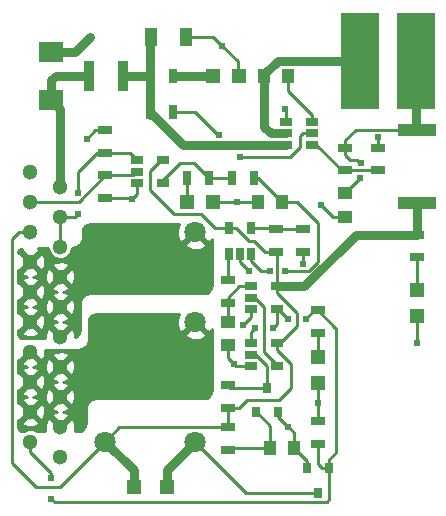
<source format=gbr>
G04 #@! TF.FileFunction,Copper,L1,Top,Signal*
%FSLAX46Y46*%
G04 Gerber Fmt 4.6, Leading zero omitted, Abs format (unit mm)*
G04 Created by KiCad (PCBNEW 4.0.2+dfsg1-stable) date Mon 11 Dec 2017 09:17:39 PM EST*
%MOMM*%
G01*
G04 APERTURE LIST*
%ADD10C,0.100000*%
%ADD11R,0.900000X2.500000*%
%ADD12R,1.000000X1.250000*%
%ADD13R,1.250000X1.000000*%
%ADD14C,1.800000*%
%ADD15R,3.300000X8.200000*%
%ADD16R,1.300000X0.700000*%
%ADD17R,0.700000X1.300000*%
%ADD18R,1.060000X0.650000*%
%ADD19C,1.300000*%
%ADD20R,2.159000X1.778000*%
%ADD21R,1.200000X1.200000*%
%ADD22R,0.800000X0.900000*%
%ADD23R,1.000000X1.600000*%
%ADD24R,3.200000X1.000000*%
%ADD25R,0.650000X1.060000*%
%ADD26C,0.609600*%
%ADD27C,0.762000*%
%ADD28C,0.254000*%
G04 APERTURE END LIST*
D10*
D11*
X38756000Y-44958000D03*
X41656000Y-44958000D03*
D12*
X54118000Y-76454000D03*
X56118000Y-76454000D03*
X55102000Y-55626000D03*
X53102000Y-55626000D03*
D13*
X50546000Y-65802000D03*
X50546000Y-67802000D03*
D14*
X47752000Y-75946000D03*
X47752000Y-65786000D03*
X47752000Y-58166000D03*
X40132000Y-75946000D03*
D15*
X61722000Y-43688000D03*
X66422000Y-43688000D03*
D16*
X40132000Y-53406000D03*
X40132000Y-55306000D03*
X40132000Y-49596000D03*
X40132000Y-51496000D03*
X50546000Y-74742000D03*
X50546000Y-76642000D03*
X50546000Y-71186000D03*
X50546000Y-73086000D03*
D17*
X48956000Y-53594000D03*
X47056000Y-53594000D03*
X52766000Y-53594000D03*
X50866000Y-53594000D03*
D16*
X54610000Y-57978000D03*
X54610000Y-59878000D03*
X56896000Y-59878000D03*
X56896000Y-57978000D03*
X50546000Y-64196000D03*
X50546000Y-62296000D03*
X58166000Y-64836000D03*
X58166000Y-66736000D03*
X58166000Y-76134000D03*
X58166000Y-74234000D03*
D18*
X42842000Y-52136000D03*
X42842000Y-53086000D03*
X42842000Y-54036000D03*
X45042000Y-54036000D03*
X45042000Y-52136000D03*
X52494000Y-67630000D03*
X52494000Y-68580000D03*
X52494000Y-69530000D03*
X54694000Y-69530000D03*
X54694000Y-67630000D03*
X52494000Y-62804000D03*
X52494000Y-63754000D03*
X52494000Y-64704000D03*
X54694000Y-64704000D03*
X54694000Y-62804000D03*
D19*
X33782000Y-58166000D03*
X33782000Y-55626000D03*
X33782000Y-53086000D03*
X33782000Y-60706000D03*
X36322000Y-54356000D03*
X36322000Y-56896000D03*
X36322000Y-59436000D03*
X36322000Y-61976000D03*
X33782000Y-63246000D03*
X36322000Y-64516000D03*
X33782000Y-65786000D03*
X36322000Y-67056000D03*
X33782000Y-68326000D03*
X36322000Y-69596000D03*
X33782000Y-70866000D03*
X36322000Y-72136000D03*
X33782000Y-73406000D03*
X36322000Y-74676000D03*
X33782000Y-75946000D03*
X36322000Y-77216000D03*
D20*
X35560000Y-42926000D03*
X35560000Y-46990000D03*
D21*
X47076000Y-55626000D03*
X49276000Y-55626000D03*
X58166000Y-68750000D03*
X58166000Y-70950000D03*
X42542000Y-79756000D03*
X45342000Y-79756000D03*
D22*
X52898000Y-73474000D03*
X54798000Y-73474000D03*
X53848000Y-71374000D03*
X59116000Y-78164000D03*
X57216000Y-78164000D03*
X58166000Y-80264000D03*
D23*
X43990000Y-41656000D03*
X46990000Y-41656000D03*
D12*
X55594000Y-44958000D03*
X53594000Y-44958000D03*
D13*
X60452000Y-54896000D03*
X60452000Y-56896000D03*
D21*
X49225020Y-44958000D03*
X51425020Y-44958000D03*
X66548000Y-63128980D03*
X66548000Y-65328980D03*
D17*
X43942000Y-44958000D03*
X45842000Y-44958000D03*
X43942000Y-48006000D03*
X45842000Y-48006000D03*
D16*
X63246000Y-52954000D03*
X63246000Y-51054000D03*
X60452000Y-52954000D03*
X60452000Y-51054000D03*
D24*
X66548000Y-55730000D03*
X66548000Y-49530000D03*
D16*
X66548000Y-58420000D03*
X66548000Y-60320000D03*
D18*
X55458000Y-48900000D03*
X55458000Y-49850000D03*
X55458000Y-50800000D03*
X57658000Y-50800000D03*
X57658000Y-48900000D03*
X57658000Y-49850000D03*
D25*
X50612000Y-60028000D03*
X51562000Y-60028000D03*
X52512000Y-60028000D03*
X52512000Y-57828000D03*
X50612000Y-57828000D03*
D26*
X66548000Y-67564000D03*
X58420000Y-55880000D03*
X58420000Y-55880000D03*
X63246000Y-50114210D03*
X55372000Y-47752000D03*
X50038000Y-42418000D03*
X38862000Y-41656000D03*
X55626000Y-74676000D03*
X51308000Y-55626000D03*
X51054000Y-69342000D03*
X51816000Y-66040000D03*
X42418000Y-55372000D03*
X52324000Y-61468000D03*
X38608000Y-50292000D03*
X56896000Y-60883790D03*
X58166000Y-72644000D03*
X61722000Y-53594000D03*
X61763495Y-52369790D03*
X55372000Y-61468000D03*
X54102000Y-61468000D03*
X37846000Y-56642000D03*
X37846000Y-54864000D03*
X51562000Y-51816000D03*
X49784000Y-49961790D03*
X35560000Y-80772000D03*
X35560000Y-78994000D03*
X57150000Y-65532000D03*
X55626000Y-65532000D03*
X54356000Y-66294000D03*
X52832000Y-66294000D03*
D27*
X46736000Y-50800000D02*
X55458000Y-50800000D01*
X43942000Y-48006000D02*
X46736000Y-50800000D01*
X43942000Y-48006000D02*
X43942000Y-48306000D01*
X43942000Y-44958000D02*
X43942000Y-47752000D01*
X43942000Y-44958000D02*
X43942000Y-41656000D01*
X41656000Y-44958000D02*
X43942000Y-44958000D01*
D28*
X57216000Y-78164000D02*
X57216000Y-77552000D01*
X57216000Y-77552000D02*
X56118000Y-76454000D01*
X66548000Y-65278000D02*
X66548000Y-67564000D01*
X60452000Y-56896000D02*
X59436000Y-56896000D01*
X59436000Y-56896000D02*
X58420000Y-55880000D01*
X63246000Y-51054000D02*
X63246000Y-50114210D01*
X55458000Y-48900000D02*
X55458000Y-47838000D01*
X55458000Y-47838000D02*
X55372000Y-47752000D01*
X51374040Y-44958000D02*
X51374040Y-43754040D01*
X51374040Y-43754040D02*
X50038000Y-42418000D01*
X49276000Y-41656000D02*
X50038000Y-42418000D01*
X47744000Y-41656000D02*
X49276000Y-41656000D01*
X46990000Y-41656000D02*
X47744000Y-41656000D01*
D27*
X51308000Y-45024040D02*
X51374040Y-44958000D01*
X35560000Y-42926000D02*
X37592000Y-42926000D01*
X37592000Y-42926000D02*
X38862000Y-41656000D01*
D28*
X42842000Y-54948000D02*
X42418000Y-55372000D01*
X51308000Y-55626000D02*
X49360000Y-55626000D01*
X53102000Y-55626000D02*
X51308000Y-55626000D01*
X40132000Y-55306000D02*
X42352000Y-55306000D01*
X42842000Y-54948000D02*
X42842000Y-54036000D01*
X54798000Y-73848000D02*
X54798000Y-73390760D01*
X51242000Y-69530000D02*
X51054000Y-69342000D01*
X50546000Y-68834000D02*
X51054000Y-69342000D01*
X50546000Y-68834000D02*
X50546000Y-67802000D01*
X52494000Y-64704000D02*
X52494000Y-65362000D01*
X51562000Y-60706000D02*
X52324000Y-61468000D01*
X52494000Y-69530000D02*
X51242000Y-69530000D01*
X54798000Y-73848000D02*
X55626000Y-74676000D01*
X56118000Y-75168000D02*
X55626000Y-74676000D01*
X51562000Y-60028000D02*
X51562000Y-60706000D01*
X39304000Y-49596000D02*
X38608000Y-50292000D01*
X52494000Y-65362000D02*
X51816000Y-66040000D01*
X40132000Y-49596000D02*
X39304000Y-49596000D01*
X56118000Y-76454000D02*
X56118000Y-75168000D01*
X56896000Y-59878000D02*
X56896000Y-60883790D01*
X58166000Y-70950000D02*
X58166000Y-72644000D01*
X58166000Y-74234000D02*
X58166000Y-72644000D01*
X57658000Y-48900000D02*
X57658000Y-48321000D01*
X57658000Y-48321000D02*
X55594000Y-46257000D01*
X55594000Y-46257000D02*
X55594000Y-44958000D01*
D27*
X53594000Y-44958000D02*
X53594000Y-44833000D01*
X53594000Y-44833000D02*
X54739000Y-43688000D01*
X54739000Y-43688000D02*
X59310000Y-43688000D01*
X59310000Y-43688000D02*
X61722000Y-43688000D01*
X53594000Y-45720000D02*
X53594000Y-44958000D01*
X53594000Y-49278000D02*
X53594000Y-45720000D01*
X55458000Y-49850000D02*
X54166000Y-49850000D01*
X54166000Y-49850000D02*
X53594000Y-49278000D01*
D28*
X54118000Y-74610760D02*
X52898000Y-73390760D01*
X54118000Y-76454000D02*
X54118000Y-74610760D01*
X54118000Y-76454000D02*
X50734000Y-76454000D01*
X50734000Y-76454000D02*
X50546000Y-76642000D01*
X61722000Y-53594000D02*
X61722000Y-53626000D01*
X61722000Y-53626000D02*
X60452000Y-54896000D01*
X61722000Y-52324000D02*
X61763495Y-52365495D01*
X61763495Y-52365495D02*
X61763495Y-52369790D01*
X61468000Y-52070000D02*
X61722000Y-52324000D01*
X60864000Y-52070000D02*
X61468000Y-52070000D01*
X60452000Y-51054000D02*
X60452000Y-51658000D01*
X60452000Y-51658000D02*
X60864000Y-52070000D01*
X66548000Y-49530000D02*
X61372000Y-49530000D01*
X61372000Y-49530000D02*
X60452000Y-50450000D01*
X60452000Y-50450000D02*
X60452000Y-51054000D01*
D27*
X66422000Y-43688000D02*
X66422000Y-49404000D01*
X66422000Y-49404000D02*
X66548000Y-49530000D01*
D28*
X53340000Y-61468000D02*
X54102000Y-61468000D01*
X52512000Y-60640000D02*
X53340000Y-61468000D01*
X57404000Y-61468000D02*
X58166000Y-60706000D01*
X58166000Y-60706000D02*
X58166000Y-57404000D01*
X58166000Y-57404000D02*
X56388000Y-55626000D01*
X55102000Y-55626000D02*
X56388000Y-55626000D01*
X52512000Y-60640000D02*
X52512000Y-60028000D01*
X55372000Y-61468000D02*
X57404000Y-61468000D01*
X52512000Y-60028000D02*
X52512000Y-60132000D01*
X52766000Y-53594000D02*
X53070000Y-53594000D01*
X53070000Y-53594000D02*
X55102000Y-55626000D01*
X50546000Y-64196000D02*
X50546000Y-63754000D01*
X51496000Y-62804000D02*
X52494000Y-62804000D01*
X50546000Y-63754000D02*
X51496000Y-62804000D01*
X50546000Y-64196000D02*
X50546000Y-65802000D01*
D27*
X45842000Y-44958000D02*
X49276000Y-44958000D01*
D28*
X47056000Y-53594000D02*
X47056000Y-55522000D01*
X66548000Y-60320000D02*
X66548000Y-63179960D01*
D27*
X66548000Y-58420000D02*
X61385960Y-58420000D01*
X61385960Y-58420000D02*
X57001960Y-62804000D01*
X57001960Y-62804000D02*
X55986000Y-62804000D01*
X55986000Y-62804000D02*
X54694000Y-62804000D01*
X66548000Y-55730000D02*
X66548000Y-58420000D01*
D28*
X42542000Y-78356000D02*
X42542000Y-79756000D01*
X52146000Y-72390000D02*
X54864000Y-72390000D01*
X54864000Y-72390000D02*
X55880000Y-71374000D01*
D27*
X42542000Y-79756000D02*
X42542000Y-78356000D01*
X42542000Y-78356000D02*
X40132000Y-75946000D01*
D28*
X50612000Y-57828000D02*
X49446000Y-57828000D01*
X49446000Y-57828000D02*
X48260000Y-56642000D01*
X48260000Y-56642000D02*
X45974000Y-56642000D01*
X45974000Y-56642000D02*
X43942000Y-54610000D01*
X43942000Y-54610000D02*
X43942000Y-53031000D01*
X43942000Y-53031000D02*
X44837000Y-52136000D01*
X44837000Y-52136000D02*
X45042000Y-52136000D01*
X34290000Y-79756000D02*
X36322000Y-79756000D01*
X36322000Y-79756000D02*
X40132000Y-75946000D01*
X50546000Y-74742000D02*
X50546000Y-74422000D01*
X50546000Y-74422000D02*
X50546000Y-73086000D01*
X52291000Y-58928000D02*
X51191000Y-57828000D01*
X51191000Y-57828000D02*
X50612000Y-57828000D01*
X52756000Y-58928000D02*
X52291000Y-58928000D01*
X54610000Y-59878000D02*
X53706000Y-59878000D01*
X53706000Y-59878000D02*
X52756000Y-58928000D01*
X54694000Y-62804000D02*
X54694000Y-59962000D01*
X54694000Y-59962000D02*
X54610000Y-59878000D01*
X56388000Y-66141000D02*
X56388000Y-65077000D01*
X56388000Y-65077000D02*
X54694000Y-63383000D01*
X54694000Y-63383000D02*
X54694000Y-62804000D01*
X54694000Y-67630000D02*
X54899000Y-67630000D01*
X54899000Y-67630000D02*
X56388000Y-66141000D01*
X54694000Y-68209000D02*
X54694000Y-67630000D01*
X50546000Y-73086000D02*
X51450000Y-73086000D01*
X40132000Y-75946000D02*
X41336000Y-74742000D01*
X41336000Y-74742000D02*
X50546000Y-74742000D01*
X33782000Y-58166000D02*
X32862762Y-58166000D01*
X32862762Y-58166000D02*
X32258000Y-58770762D01*
X32258000Y-58770762D02*
X32258000Y-77724000D01*
X32258000Y-77724000D02*
X34290000Y-79756000D01*
X55880000Y-69395000D02*
X54694000Y-68209000D01*
X51450000Y-73086000D02*
X52146000Y-72390000D01*
X55880000Y-71374000D02*
X55880000Y-69395000D01*
X58166000Y-66736000D02*
X58166000Y-68750000D01*
D27*
X35941000Y-44958000D02*
X38608000Y-44958000D01*
X35560000Y-46990000D02*
X35560000Y-45339000D01*
X35560000Y-45339000D02*
X35941000Y-44958000D01*
X36322000Y-54356000D02*
X36322000Y-47752000D01*
X36322000Y-47752000D02*
X35560000Y-46990000D01*
D28*
X40132000Y-53406000D02*
X42522000Y-53406000D01*
X42522000Y-53406000D02*
X42842000Y-53086000D01*
X33782000Y-55626000D02*
X37912000Y-55626000D01*
X37912000Y-55626000D02*
X40132000Y-53406000D01*
X40132000Y-51496000D02*
X42202000Y-51496000D01*
X42202000Y-51496000D02*
X42842000Y-52136000D01*
X40132000Y-51496000D02*
X39436000Y-51496000D01*
X37592000Y-56896000D02*
X36322000Y-56896000D01*
X37846000Y-56642000D02*
X37592000Y-56896000D01*
X37846000Y-53086000D02*
X37846000Y-54864000D01*
X39436000Y-51496000D02*
X37846000Y-53086000D01*
X36322000Y-56896000D02*
X36830000Y-56896000D01*
X36322000Y-59436000D02*
X36322000Y-56896000D01*
X53848000Y-71374000D02*
X53848000Y-69526078D01*
X53848000Y-69526078D02*
X52901922Y-68580000D01*
X52901922Y-68580000D02*
X52494000Y-68580000D01*
X53848000Y-71374000D02*
X50734000Y-71374000D01*
X50734000Y-71374000D02*
X50546000Y-71186000D01*
X51562000Y-51816000D02*
X55799922Y-51816000D01*
X55799922Y-51816000D02*
X56642000Y-50973922D01*
X56642000Y-50082000D02*
X56874000Y-49850000D01*
X56642000Y-50973922D02*
X56642000Y-50082000D01*
X56874000Y-49850000D02*
X57658000Y-49850000D01*
X47752000Y-48006000D02*
X49707790Y-49961790D01*
X49707790Y-49961790D02*
X49784000Y-49961790D01*
X47320210Y-48006000D02*
X47752000Y-48006000D01*
X45842000Y-48006000D02*
X47320210Y-48006000D01*
X62484000Y-52954000D02*
X62992000Y-52954000D01*
X61356000Y-52954000D02*
X62484000Y-52954000D01*
X62484000Y-52954000D02*
X63246000Y-52954000D01*
X60452000Y-52954000D02*
X60152000Y-52954000D01*
X60152000Y-52954000D02*
X57998000Y-50800000D01*
X57998000Y-50800000D02*
X57658000Y-50800000D01*
X60452000Y-52954000D02*
X61356000Y-52954000D01*
X48956000Y-53594000D02*
X50866000Y-53594000D01*
X45042000Y-54036000D02*
X45042000Y-53764000D01*
X45042000Y-53764000D02*
X46482000Y-52324000D01*
X46482000Y-52324000D02*
X47686000Y-52324000D01*
X47686000Y-52324000D02*
X48956000Y-53594000D01*
X56896000Y-57978000D02*
X54610000Y-57978000D01*
X52512000Y-57828000D02*
X54460000Y-57828000D01*
X54460000Y-57828000D02*
X54610000Y-57978000D01*
X50546000Y-62296000D02*
X50546000Y-60094000D01*
X50546000Y-60094000D02*
X50612000Y-60028000D01*
X53594000Y-68326000D02*
X53594000Y-65532000D01*
X52832000Y-63754000D02*
X53594000Y-64516000D01*
X53594000Y-65532000D02*
X53594000Y-64516000D01*
X53594000Y-68326000D02*
X54694000Y-69426000D01*
X54694000Y-69530000D02*
X54694000Y-69426000D01*
X52832000Y-63754000D02*
X52494000Y-63754000D01*
X52832000Y-63754000D02*
X52494000Y-63754000D01*
X58166000Y-76134000D02*
X58166000Y-77868000D01*
X58166000Y-77868000D02*
X58462000Y-78164000D01*
X58462000Y-78164000D02*
X59116000Y-78164000D01*
X59116000Y-77460000D02*
X59690000Y-76886000D01*
X59624000Y-66294000D02*
X58166000Y-64836000D01*
X59690000Y-76886000D02*
X59690000Y-66360000D01*
X59690000Y-66360000D02*
X59624000Y-66294000D01*
X59116000Y-78164000D02*
X59116000Y-77460000D01*
X58877201Y-81076799D02*
X59116000Y-80838000D01*
X59116000Y-80838000D02*
X59116000Y-78164000D01*
X58674000Y-81076799D02*
X35864799Y-81076799D01*
X58674000Y-81076799D02*
X58877201Y-81076799D01*
X35864799Y-81076799D02*
X35560000Y-80772000D01*
X35560000Y-78643238D02*
X35560000Y-78994000D01*
X33782000Y-76865238D02*
X35560000Y-78643238D01*
X33782000Y-75946000D02*
X33782000Y-76865238D01*
X54694000Y-64704000D02*
X54798000Y-64704000D01*
X54798000Y-64704000D02*
X55626000Y-65532000D01*
X57150000Y-65532000D02*
X57846000Y-64836000D01*
X57846000Y-64836000D02*
X58166000Y-64836000D01*
X52494000Y-67630000D02*
X52494000Y-66632000D01*
X54694000Y-65956000D02*
X54694000Y-64704000D01*
X54356000Y-66294000D02*
X54694000Y-65956000D01*
X52494000Y-66632000D02*
X52832000Y-66294000D01*
X58166000Y-80264000D02*
X52070000Y-80264000D01*
X47752000Y-75946000D02*
X52070000Y-80264000D01*
D27*
X45342000Y-79756000D02*
X45342000Y-78356000D01*
X45342000Y-78356000D02*
X47752000Y-75946000D01*
D28*
X45342000Y-79756000D02*
X45342000Y-79626000D01*
G36*
X46205542Y-57925336D02*
X46231161Y-58535460D01*
X46415357Y-58980148D01*
X46671841Y-59066554D01*
X47572395Y-58166000D01*
X47558253Y-58151858D01*
X47737858Y-57972253D01*
X47752000Y-57986395D01*
X47766143Y-57972253D01*
X47945748Y-58151858D01*
X47931605Y-58166000D01*
X48832159Y-59066554D01*
X49088643Y-58980148D01*
X49149000Y-58815175D01*
X49149000Y-62725490D01*
X49098364Y-62980051D01*
X48961253Y-63185253D01*
X48756051Y-63322364D01*
X48501490Y-63373000D01*
X38862000Y-63373000D01*
X38837223Y-63375440D01*
X38545618Y-63433444D01*
X38499837Y-63452407D01*
X38252627Y-63617588D01*
X38217588Y-63652627D01*
X38052407Y-63899837D01*
X38033444Y-63945618D01*
X37975440Y-64237223D01*
X37973000Y-64262000D01*
X37973000Y-66535490D01*
X37922364Y-66790051D01*
X37785253Y-66995253D01*
X37612322Y-67110801D01*
X37590083Y-66726572D01*
X37451611Y-66392271D01*
X37221016Y-66336590D01*
X36501605Y-67056000D01*
X36515748Y-67070143D01*
X36402890Y-67183000D01*
X36241110Y-67183000D01*
X36128253Y-67070143D01*
X36142395Y-67056000D01*
X35422984Y-66336590D01*
X35192389Y-66392271D01*
X35024378Y-66875078D01*
X35042200Y-67183000D01*
X33286510Y-67183000D01*
X33031949Y-67132364D01*
X32826747Y-66995253D01*
X32766000Y-66904338D01*
X32766000Y-66685016D01*
X33062590Y-66685016D01*
X33118271Y-66915611D01*
X33601078Y-67083622D01*
X34111428Y-67054083D01*
X34445729Y-66915611D01*
X34501410Y-66685016D01*
X33782000Y-65965605D01*
X33062590Y-66685016D01*
X32766000Y-66685016D01*
X32766000Y-66477162D01*
X32882984Y-66505410D01*
X33602395Y-65786000D01*
X33961605Y-65786000D01*
X34681016Y-66505410D01*
X34911611Y-66449729D01*
X35079622Y-65966922D01*
X35050083Y-65456572D01*
X35032870Y-65415016D01*
X35602590Y-65415016D01*
X35658271Y-65645611D01*
X36056566Y-65784213D01*
X35992572Y-65787917D01*
X35658271Y-65926389D01*
X35602590Y-66156984D01*
X36322000Y-66876395D01*
X37041410Y-66156984D01*
X36985729Y-65926389D01*
X36587434Y-65787787D01*
X36651428Y-65784083D01*
X36985729Y-65645611D01*
X37041410Y-65415016D01*
X36322000Y-64695605D01*
X35602590Y-65415016D01*
X35032870Y-65415016D01*
X34911611Y-65122271D01*
X34681016Y-65066590D01*
X33961605Y-65786000D01*
X33602395Y-65786000D01*
X32882984Y-65066590D01*
X32766000Y-65094838D01*
X32766000Y-64145016D01*
X33062590Y-64145016D01*
X33118271Y-64375611D01*
X33516566Y-64514213D01*
X33452572Y-64517917D01*
X33118271Y-64656389D01*
X33062590Y-64886984D01*
X33782000Y-65606395D01*
X34501410Y-64886984D01*
X34445729Y-64656389D01*
X34047434Y-64517787D01*
X34111428Y-64514083D01*
X34445729Y-64375611D01*
X34455516Y-64335078D01*
X35024378Y-64335078D01*
X35053917Y-64845428D01*
X35192389Y-65179729D01*
X35422984Y-65235410D01*
X36142395Y-64516000D01*
X36501605Y-64516000D01*
X37221016Y-65235410D01*
X37451611Y-65179729D01*
X37619622Y-64696922D01*
X37590083Y-64186572D01*
X37451611Y-63852271D01*
X37221016Y-63796590D01*
X36501605Y-64516000D01*
X36142395Y-64516000D01*
X35422984Y-63796590D01*
X35192389Y-63852271D01*
X35024378Y-64335078D01*
X34455516Y-64335078D01*
X34501410Y-64145016D01*
X33782000Y-63425605D01*
X33062590Y-64145016D01*
X32766000Y-64145016D01*
X32766000Y-63937162D01*
X32882984Y-63965410D01*
X33602395Y-63246000D01*
X33961605Y-63246000D01*
X34681016Y-63965410D01*
X34911611Y-63909729D01*
X35079622Y-63426922D01*
X35050083Y-62916572D01*
X35032870Y-62875016D01*
X35602590Y-62875016D01*
X35658271Y-63105611D01*
X36056566Y-63244213D01*
X35992572Y-63247917D01*
X35658271Y-63386389D01*
X35602590Y-63616984D01*
X36322000Y-64336395D01*
X37041410Y-63616984D01*
X36985729Y-63386389D01*
X36587434Y-63247787D01*
X36651428Y-63244083D01*
X36985729Y-63105611D01*
X37041410Y-62875016D01*
X36322000Y-62155605D01*
X35602590Y-62875016D01*
X35032870Y-62875016D01*
X34911611Y-62582271D01*
X34681016Y-62526590D01*
X33961605Y-63246000D01*
X33602395Y-63246000D01*
X32882984Y-62526590D01*
X32766000Y-62554838D01*
X32766000Y-61605016D01*
X33062590Y-61605016D01*
X33118271Y-61835611D01*
X33516566Y-61974213D01*
X33452572Y-61977917D01*
X33118271Y-62116389D01*
X33062590Y-62346984D01*
X33782000Y-63066395D01*
X34501410Y-62346984D01*
X34445729Y-62116389D01*
X34047434Y-61977787D01*
X34111428Y-61974083D01*
X34445729Y-61835611D01*
X34455516Y-61795078D01*
X35024378Y-61795078D01*
X35053917Y-62305428D01*
X35192389Y-62639729D01*
X35422984Y-62695410D01*
X36142395Y-61976000D01*
X36501605Y-61976000D01*
X37221016Y-62695410D01*
X37451611Y-62639729D01*
X37619622Y-62156922D01*
X37590083Y-61646572D01*
X37451611Y-61312271D01*
X37221016Y-61256590D01*
X36501605Y-61976000D01*
X36142395Y-61976000D01*
X35422984Y-61256590D01*
X35192389Y-61312271D01*
X35024378Y-61795078D01*
X34455516Y-61795078D01*
X34501410Y-61605016D01*
X33782000Y-60885605D01*
X33062590Y-61605016D01*
X32766000Y-61605016D01*
X32766000Y-61397162D01*
X32882984Y-61425410D01*
X33602395Y-60706000D01*
X33961605Y-60706000D01*
X34681016Y-61425410D01*
X34911611Y-61369729D01*
X35013482Y-61076984D01*
X35602590Y-61076984D01*
X36322000Y-61796395D01*
X37041410Y-61076984D01*
X36985729Y-60846389D01*
X36502922Y-60678378D01*
X35992572Y-60707917D01*
X35658271Y-60846389D01*
X35602590Y-61076984D01*
X35013482Y-61076984D01*
X35079622Y-60886922D01*
X35050083Y-60376572D01*
X34911611Y-60042271D01*
X34681016Y-59986590D01*
X33961605Y-60706000D01*
X33602395Y-60706000D01*
X32882984Y-59986590D01*
X32766000Y-60014838D01*
X32766000Y-59841662D01*
X32826747Y-59750747D01*
X33031949Y-59613636D01*
X33113179Y-59597478D01*
X33062590Y-59806984D01*
X33782000Y-60526395D01*
X34501410Y-59806984D01*
X34445729Y-59576389D01*
X34407254Y-59563000D01*
X35290889Y-59563000D01*
X35290822Y-59640179D01*
X35447451Y-60019251D01*
X35737223Y-60309529D01*
X36116022Y-60466820D01*
X36526179Y-60467178D01*
X36905251Y-60310549D01*
X37195529Y-60020777D01*
X37352820Y-59641978D01*
X37352890Y-59561534D01*
X37362777Y-59560560D01*
X37654382Y-59502556D01*
X37700163Y-59483593D01*
X37947373Y-59318412D01*
X37982412Y-59283373D01*
X38007277Y-59246159D01*
X46851446Y-59246159D01*
X46937852Y-59502643D01*
X47511336Y-59712458D01*
X48121460Y-59686839D01*
X48566148Y-59502643D01*
X48652554Y-59246159D01*
X47752000Y-58345605D01*
X46851446Y-59246159D01*
X38007277Y-59246159D01*
X38147593Y-59036163D01*
X38166556Y-58990382D01*
X38224560Y-58698777D01*
X38227000Y-58674000D01*
X38227000Y-58178510D01*
X38277636Y-57923949D01*
X38414747Y-57718747D01*
X38619949Y-57581636D01*
X38874510Y-57531000D01*
X46349814Y-57531000D01*
X46205542Y-57925336D01*
X46205542Y-57925336D01*
G37*
X46205542Y-57925336D02*
X46231161Y-58535460D01*
X46415357Y-58980148D01*
X46671841Y-59066554D01*
X47572395Y-58166000D01*
X47558253Y-58151858D01*
X47737858Y-57972253D01*
X47752000Y-57986395D01*
X47766143Y-57972253D01*
X47945748Y-58151858D01*
X47931605Y-58166000D01*
X48832159Y-59066554D01*
X49088643Y-58980148D01*
X49149000Y-58815175D01*
X49149000Y-62725490D01*
X49098364Y-62980051D01*
X48961253Y-63185253D01*
X48756051Y-63322364D01*
X48501490Y-63373000D01*
X38862000Y-63373000D01*
X38837223Y-63375440D01*
X38545618Y-63433444D01*
X38499837Y-63452407D01*
X38252627Y-63617588D01*
X38217588Y-63652627D01*
X38052407Y-63899837D01*
X38033444Y-63945618D01*
X37975440Y-64237223D01*
X37973000Y-64262000D01*
X37973000Y-66535490D01*
X37922364Y-66790051D01*
X37785253Y-66995253D01*
X37612322Y-67110801D01*
X37590083Y-66726572D01*
X37451611Y-66392271D01*
X37221016Y-66336590D01*
X36501605Y-67056000D01*
X36515748Y-67070143D01*
X36402890Y-67183000D01*
X36241110Y-67183000D01*
X36128253Y-67070143D01*
X36142395Y-67056000D01*
X35422984Y-66336590D01*
X35192389Y-66392271D01*
X35024378Y-66875078D01*
X35042200Y-67183000D01*
X33286510Y-67183000D01*
X33031949Y-67132364D01*
X32826747Y-66995253D01*
X32766000Y-66904338D01*
X32766000Y-66685016D01*
X33062590Y-66685016D01*
X33118271Y-66915611D01*
X33601078Y-67083622D01*
X34111428Y-67054083D01*
X34445729Y-66915611D01*
X34501410Y-66685016D01*
X33782000Y-65965605D01*
X33062590Y-66685016D01*
X32766000Y-66685016D01*
X32766000Y-66477162D01*
X32882984Y-66505410D01*
X33602395Y-65786000D01*
X33961605Y-65786000D01*
X34681016Y-66505410D01*
X34911611Y-66449729D01*
X35079622Y-65966922D01*
X35050083Y-65456572D01*
X35032870Y-65415016D01*
X35602590Y-65415016D01*
X35658271Y-65645611D01*
X36056566Y-65784213D01*
X35992572Y-65787917D01*
X35658271Y-65926389D01*
X35602590Y-66156984D01*
X36322000Y-66876395D01*
X37041410Y-66156984D01*
X36985729Y-65926389D01*
X36587434Y-65787787D01*
X36651428Y-65784083D01*
X36985729Y-65645611D01*
X37041410Y-65415016D01*
X36322000Y-64695605D01*
X35602590Y-65415016D01*
X35032870Y-65415016D01*
X34911611Y-65122271D01*
X34681016Y-65066590D01*
X33961605Y-65786000D01*
X33602395Y-65786000D01*
X32882984Y-65066590D01*
X32766000Y-65094838D01*
X32766000Y-64145016D01*
X33062590Y-64145016D01*
X33118271Y-64375611D01*
X33516566Y-64514213D01*
X33452572Y-64517917D01*
X33118271Y-64656389D01*
X33062590Y-64886984D01*
X33782000Y-65606395D01*
X34501410Y-64886984D01*
X34445729Y-64656389D01*
X34047434Y-64517787D01*
X34111428Y-64514083D01*
X34445729Y-64375611D01*
X34455516Y-64335078D01*
X35024378Y-64335078D01*
X35053917Y-64845428D01*
X35192389Y-65179729D01*
X35422984Y-65235410D01*
X36142395Y-64516000D01*
X36501605Y-64516000D01*
X37221016Y-65235410D01*
X37451611Y-65179729D01*
X37619622Y-64696922D01*
X37590083Y-64186572D01*
X37451611Y-63852271D01*
X37221016Y-63796590D01*
X36501605Y-64516000D01*
X36142395Y-64516000D01*
X35422984Y-63796590D01*
X35192389Y-63852271D01*
X35024378Y-64335078D01*
X34455516Y-64335078D01*
X34501410Y-64145016D01*
X33782000Y-63425605D01*
X33062590Y-64145016D01*
X32766000Y-64145016D01*
X32766000Y-63937162D01*
X32882984Y-63965410D01*
X33602395Y-63246000D01*
X33961605Y-63246000D01*
X34681016Y-63965410D01*
X34911611Y-63909729D01*
X35079622Y-63426922D01*
X35050083Y-62916572D01*
X35032870Y-62875016D01*
X35602590Y-62875016D01*
X35658271Y-63105611D01*
X36056566Y-63244213D01*
X35992572Y-63247917D01*
X35658271Y-63386389D01*
X35602590Y-63616984D01*
X36322000Y-64336395D01*
X37041410Y-63616984D01*
X36985729Y-63386389D01*
X36587434Y-63247787D01*
X36651428Y-63244083D01*
X36985729Y-63105611D01*
X37041410Y-62875016D01*
X36322000Y-62155605D01*
X35602590Y-62875016D01*
X35032870Y-62875016D01*
X34911611Y-62582271D01*
X34681016Y-62526590D01*
X33961605Y-63246000D01*
X33602395Y-63246000D01*
X32882984Y-62526590D01*
X32766000Y-62554838D01*
X32766000Y-61605016D01*
X33062590Y-61605016D01*
X33118271Y-61835611D01*
X33516566Y-61974213D01*
X33452572Y-61977917D01*
X33118271Y-62116389D01*
X33062590Y-62346984D01*
X33782000Y-63066395D01*
X34501410Y-62346984D01*
X34445729Y-62116389D01*
X34047434Y-61977787D01*
X34111428Y-61974083D01*
X34445729Y-61835611D01*
X34455516Y-61795078D01*
X35024378Y-61795078D01*
X35053917Y-62305428D01*
X35192389Y-62639729D01*
X35422984Y-62695410D01*
X36142395Y-61976000D01*
X36501605Y-61976000D01*
X37221016Y-62695410D01*
X37451611Y-62639729D01*
X37619622Y-62156922D01*
X37590083Y-61646572D01*
X37451611Y-61312271D01*
X37221016Y-61256590D01*
X36501605Y-61976000D01*
X36142395Y-61976000D01*
X35422984Y-61256590D01*
X35192389Y-61312271D01*
X35024378Y-61795078D01*
X34455516Y-61795078D01*
X34501410Y-61605016D01*
X33782000Y-60885605D01*
X33062590Y-61605016D01*
X32766000Y-61605016D01*
X32766000Y-61397162D01*
X32882984Y-61425410D01*
X33602395Y-60706000D01*
X33961605Y-60706000D01*
X34681016Y-61425410D01*
X34911611Y-61369729D01*
X35013482Y-61076984D01*
X35602590Y-61076984D01*
X36322000Y-61796395D01*
X37041410Y-61076984D01*
X36985729Y-60846389D01*
X36502922Y-60678378D01*
X35992572Y-60707917D01*
X35658271Y-60846389D01*
X35602590Y-61076984D01*
X35013482Y-61076984D01*
X35079622Y-60886922D01*
X35050083Y-60376572D01*
X34911611Y-60042271D01*
X34681016Y-59986590D01*
X33961605Y-60706000D01*
X33602395Y-60706000D01*
X32882984Y-59986590D01*
X32766000Y-60014838D01*
X32766000Y-59841662D01*
X32826747Y-59750747D01*
X33031949Y-59613636D01*
X33113179Y-59597478D01*
X33062590Y-59806984D01*
X33782000Y-60526395D01*
X34501410Y-59806984D01*
X34445729Y-59576389D01*
X34407254Y-59563000D01*
X35290889Y-59563000D01*
X35290822Y-59640179D01*
X35447451Y-60019251D01*
X35737223Y-60309529D01*
X36116022Y-60466820D01*
X36526179Y-60467178D01*
X36905251Y-60310549D01*
X37195529Y-60020777D01*
X37352820Y-59641978D01*
X37352890Y-59561534D01*
X37362777Y-59560560D01*
X37654382Y-59502556D01*
X37700163Y-59483593D01*
X37947373Y-59318412D01*
X37982412Y-59283373D01*
X38007277Y-59246159D01*
X46851446Y-59246159D01*
X46937852Y-59502643D01*
X47511336Y-59712458D01*
X48121460Y-59686839D01*
X48566148Y-59502643D01*
X48652554Y-59246159D01*
X47752000Y-58345605D01*
X46851446Y-59246159D01*
X38007277Y-59246159D01*
X38147593Y-59036163D01*
X38166556Y-58990382D01*
X38224560Y-58698777D01*
X38227000Y-58674000D01*
X38227000Y-58178510D01*
X38277636Y-57923949D01*
X38414747Y-57718747D01*
X38619949Y-57581636D01*
X38874510Y-57531000D01*
X46349814Y-57531000D01*
X46205542Y-57925336D01*
G36*
X46205542Y-65545336D02*
X46231161Y-66155460D01*
X46415357Y-66600148D01*
X46671841Y-66686554D01*
X47572395Y-65786000D01*
X47558253Y-65771858D01*
X47737858Y-65592253D01*
X47752000Y-65606395D01*
X47766143Y-65592253D01*
X47945748Y-65771858D01*
X47931605Y-65786000D01*
X48832159Y-66686554D01*
X49088643Y-66600148D01*
X49149000Y-66435175D01*
X49149000Y-71615490D01*
X49098364Y-71870051D01*
X48961253Y-72075253D01*
X48756051Y-72212364D01*
X48501490Y-72263000D01*
X39370000Y-72263000D01*
X39345223Y-72265440D01*
X39053618Y-72323444D01*
X39007837Y-72342407D01*
X38760627Y-72507588D01*
X38725588Y-72542627D01*
X38560407Y-72789837D01*
X38541444Y-72835618D01*
X38483440Y-73127223D01*
X38481000Y-73152000D01*
X38481000Y-74409490D01*
X38430364Y-74664051D01*
X38293253Y-74869253D01*
X38088051Y-75006364D01*
X37833490Y-75057000D01*
X37549997Y-75057000D01*
X37619622Y-74856922D01*
X37590083Y-74346572D01*
X37451611Y-74012271D01*
X37221016Y-73956590D01*
X36501605Y-74676000D01*
X36515748Y-74690142D01*
X36336143Y-74869748D01*
X36322000Y-74855605D01*
X36307858Y-74869748D01*
X36128252Y-74690142D01*
X36142395Y-74676000D01*
X35422984Y-73956590D01*
X35192389Y-74012271D01*
X35024378Y-74495078D01*
X35053917Y-75005428D01*
X35075279Y-75057000D01*
X34329519Y-75057000D01*
X33987978Y-74915180D01*
X33577821Y-74914822D01*
X33250877Y-75049912D01*
X33031949Y-75006364D01*
X32826747Y-74869253D01*
X32766000Y-74778338D01*
X32766000Y-74305016D01*
X33062590Y-74305016D01*
X33118271Y-74535611D01*
X33601078Y-74703622D01*
X34111428Y-74674083D01*
X34445729Y-74535611D01*
X34501410Y-74305016D01*
X33782000Y-73585605D01*
X33062590Y-74305016D01*
X32766000Y-74305016D01*
X32766000Y-74097162D01*
X32882984Y-74125410D01*
X33602395Y-73406000D01*
X33961605Y-73406000D01*
X34681016Y-74125410D01*
X34911611Y-74069729D01*
X35079622Y-73586922D01*
X35050083Y-73076572D01*
X35032870Y-73035016D01*
X35602590Y-73035016D01*
X35658271Y-73265611D01*
X36056566Y-73404213D01*
X35992572Y-73407917D01*
X35658271Y-73546389D01*
X35602590Y-73776984D01*
X36322000Y-74496395D01*
X37041410Y-73776984D01*
X36985729Y-73546389D01*
X36587434Y-73407787D01*
X36651428Y-73404083D01*
X36985729Y-73265611D01*
X37041410Y-73035016D01*
X36322000Y-72315605D01*
X35602590Y-73035016D01*
X35032870Y-73035016D01*
X34911611Y-72742271D01*
X34681016Y-72686590D01*
X33961605Y-73406000D01*
X33602395Y-73406000D01*
X32882984Y-72686590D01*
X32766000Y-72714838D01*
X32766000Y-71765016D01*
X33062590Y-71765016D01*
X33118271Y-71995611D01*
X33516566Y-72134213D01*
X33452572Y-72137917D01*
X33118271Y-72276389D01*
X33062590Y-72506984D01*
X33782000Y-73226395D01*
X34501410Y-72506984D01*
X34445729Y-72276389D01*
X34047434Y-72137787D01*
X34111428Y-72134083D01*
X34445729Y-71995611D01*
X34455516Y-71955078D01*
X35024378Y-71955078D01*
X35053917Y-72465428D01*
X35192389Y-72799729D01*
X35422984Y-72855410D01*
X36142395Y-72136000D01*
X36501605Y-72136000D01*
X37221016Y-72855410D01*
X37451611Y-72799729D01*
X37619622Y-72316922D01*
X37590083Y-71806572D01*
X37451611Y-71472271D01*
X37221016Y-71416590D01*
X36501605Y-72136000D01*
X36142395Y-72136000D01*
X35422984Y-71416590D01*
X35192389Y-71472271D01*
X35024378Y-71955078D01*
X34455516Y-71955078D01*
X34501410Y-71765016D01*
X33782000Y-71045605D01*
X33062590Y-71765016D01*
X32766000Y-71765016D01*
X32766000Y-71557162D01*
X32882984Y-71585410D01*
X33602395Y-70866000D01*
X33961605Y-70866000D01*
X34681016Y-71585410D01*
X34911611Y-71529729D01*
X35079622Y-71046922D01*
X35050083Y-70536572D01*
X35032870Y-70495016D01*
X35602590Y-70495016D01*
X35658271Y-70725611D01*
X36056566Y-70864213D01*
X35992572Y-70867917D01*
X35658271Y-71006389D01*
X35602590Y-71236984D01*
X36322000Y-71956395D01*
X37041410Y-71236984D01*
X36985729Y-71006389D01*
X36587434Y-70867787D01*
X36651428Y-70864083D01*
X36985729Y-70725611D01*
X37041410Y-70495016D01*
X36322000Y-69775605D01*
X35602590Y-70495016D01*
X35032870Y-70495016D01*
X34911611Y-70202271D01*
X34681016Y-70146590D01*
X33961605Y-70866000D01*
X33602395Y-70866000D01*
X32882984Y-70146590D01*
X32766000Y-70174838D01*
X32766000Y-69225016D01*
X33062590Y-69225016D01*
X33118271Y-69455611D01*
X33516566Y-69594213D01*
X33452572Y-69597917D01*
X33118271Y-69736389D01*
X33062590Y-69966984D01*
X33782000Y-70686395D01*
X34501410Y-69966984D01*
X34445729Y-69736389D01*
X34047434Y-69597787D01*
X34111428Y-69594083D01*
X34445729Y-69455611D01*
X34455516Y-69415078D01*
X35024378Y-69415078D01*
X35053917Y-69925428D01*
X35192389Y-70259729D01*
X35422984Y-70315410D01*
X36142395Y-69596000D01*
X36501605Y-69596000D01*
X37221016Y-70315410D01*
X37451611Y-70259729D01*
X37619622Y-69776922D01*
X37590083Y-69266572D01*
X37451611Y-68932271D01*
X37221016Y-68876590D01*
X36501605Y-69596000D01*
X36142395Y-69596000D01*
X35422984Y-68876590D01*
X35192389Y-68932271D01*
X35024378Y-69415078D01*
X34455516Y-69415078D01*
X34501410Y-69225016D01*
X33782000Y-68505605D01*
X33062590Y-69225016D01*
X32766000Y-69225016D01*
X32766000Y-69017162D01*
X32882984Y-69045410D01*
X33602395Y-68326000D01*
X33588253Y-68311858D01*
X33701110Y-68199000D01*
X33862890Y-68199000D01*
X33975748Y-68311858D01*
X33961605Y-68326000D01*
X34681016Y-69045410D01*
X34911611Y-68989729D01*
X35013482Y-68696984D01*
X35602590Y-68696984D01*
X36322000Y-69416395D01*
X37041410Y-68696984D01*
X36985729Y-68466389D01*
X36502922Y-68298378D01*
X35992572Y-68327917D01*
X35658271Y-68466389D01*
X35602590Y-68696984D01*
X35013482Y-68696984D01*
X35079622Y-68506922D01*
X35061800Y-68199000D01*
X37846000Y-68199000D01*
X37870777Y-68196560D01*
X38162382Y-68138556D01*
X38208163Y-68119593D01*
X38455373Y-67954412D01*
X38490412Y-67919373D01*
X38655593Y-67672163D01*
X38674556Y-67626382D01*
X38732560Y-67334777D01*
X38735000Y-67310000D01*
X38735000Y-66866159D01*
X46851446Y-66866159D01*
X46937852Y-67122643D01*
X47511336Y-67332458D01*
X48121460Y-67306839D01*
X48566148Y-67122643D01*
X48652554Y-66866159D01*
X47752000Y-65965605D01*
X46851446Y-66866159D01*
X38735000Y-66866159D01*
X38735000Y-65798510D01*
X38785636Y-65543949D01*
X38922747Y-65338747D01*
X39127949Y-65201636D01*
X39382510Y-65151000D01*
X46349814Y-65151000D01*
X46205542Y-65545336D01*
X46205542Y-65545336D01*
G37*
X46205542Y-65545336D02*
X46231161Y-66155460D01*
X46415357Y-66600148D01*
X46671841Y-66686554D01*
X47572395Y-65786000D01*
X47558253Y-65771858D01*
X47737858Y-65592253D01*
X47752000Y-65606395D01*
X47766143Y-65592253D01*
X47945748Y-65771858D01*
X47931605Y-65786000D01*
X48832159Y-66686554D01*
X49088643Y-66600148D01*
X49149000Y-66435175D01*
X49149000Y-71615490D01*
X49098364Y-71870051D01*
X48961253Y-72075253D01*
X48756051Y-72212364D01*
X48501490Y-72263000D01*
X39370000Y-72263000D01*
X39345223Y-72265440D01*
X39053618Y-72323444D01*
X39007837Y-72342407D01*
X38760627Y-72507588D01*
X38725588Y-72542627D01*
X38560407Y-72789837D01*
X38541444Y-72835618D01*
X38483440Y-73127223D01*
X38481000Y-73152000D01*
X38481000Y-74409490D01*
X38430364Y-74664051D01*
X38293253Y-74869253D01*
X38088051Y-75006364D01*
X37833490Y-75057000D01*
X37549997Y-75057000D01*
X37619622Y-74856922D01*
X37590083Y-74346572D01*
X37451611Y-74012271D01*
X37221016Y-73956590D01*
X36501605Y-74676000D01*
X36515748Y-74690142D01*
X36336143Y-74869748D01*
X36322000Y-74855605D01*
X36307858Y-74869748D01*
X36128252Y-74690142D01*
X36142395Y-74676000D01*
X35422984Y-73956590D01*
X35192389Y-74012271D01*
X35024378Y-74495078D01*
X35053917Y-75005428D01*
X35075279Y-75057000D01*
X34329519Y-75057000D01*
X33987978Y-74915180D01*
X33577821Y-74914822D01*
X33250877Y-75049912D01*
X33031949Y-75006364D01*
X32826747Y-74869253D01*
X32766000Y-74778338D01*
X32766000Y-74305016D01*
X33062590Y-74305016D01*
X33118271Y-74535611D01*
X33601078Y-74703622D01*
X34111428Y-74674083D01*
X34445729Y-74535611D01*
X34501410Y-74305016D01*
X33782000Y-73585605D01*
X33062590Y-74305016D01*
X32766000Y-74305016D01*
X32766000Y-74097162D01*
X32882984Y-74125410D01*
X33602395Y-73406000D01*
X33961605Y-73406000D01*
X34681016Y-74125410D01*
X34911611Y-74069729D01*
X35079622Y-73586922D01*
X35050083Y-73076572D01*
X35032870Y-73035016D01*
X35602590Y-73035016D01*
X35658271Y-73265611D01*
X36056566Y-73404213D01*
X35992572Y-73407917D01*
X35658271Y-73546389D01*
X35602590Y-73776984D01*
X36322000Y-74496395D01*
X37041410Y-73776984D01*
X36985729Y-73546389D01*
X36587434Y-73407787D01*
X36651428Y-73404083D01*
X36985729Y-73265611D01*
X37041410Y-73035016D01*
X36322000Y-72315605D01*
X35602590Y-73035016D01*
X35032870Y-73035016D01*
X34911611Y-72742271D01*
X34681016Y-72686590D01*
X33961605Y-73406000D01*
X33602395Y-73406000D01*
X32882984Y-72686590D01*
X32766000Y-72714838D01*
X32766000Y-71765016D01*
X33062590Y-71765016D01*
X33118271Y-71995611D01*
X33516566Y-72134213D01*
X33452572Y-72137917D01*
X33118271Y-72276389D01*
X33062590Y-72506984D01*
X33782000Y-73226395D01*
X34501410Y-72506984D01*
X34445729Y-72276389D01*
X34047434Y-72137787D01*
X34111428Y-72134083D01*
X34445729Y-71995611D01*
X34455516Y-71955078D01*
X35024378Y-71955078D01*
X35053917Y-72465428D01*
X35192389Y-72799729D01*
X35422984Y-72855410D01*
X36142395Y-72136000D01*
X36501605Y-72136000D01*
X37221016Y-72855410D01*
X37451611Y-72799729D01*
X37619622Y-72316922D01*
X37590083Y-71806572D01*
X37451611Y-71472271D01*
X37221016Y-71416590D01*
X36501605Y-72136000D01*
X36142395Y-72136000D01*
X35422984Y-71416590D01*
X35192389Y-71472271D01*
X35024378Y-71955078D01*
X34455516Y-71955078D01*
X34501410Y-71765016D01*
X33782000Y-71045605D01*
X33062590Y-71765016D01*
X32766000Y-71765016D01*
X32766000Y-71557162D01*
X32882984Y-71585410D01*
X33602395Y-70866000D01*
X33961605Y-70866000D01*
X34681016Y-71585410D01*
X34911611Y-71529729D01*
X35079622Y-71046922D01*
X35050083Y-70536572D01*
X35032870Y-70495016D01*
X35602590Y-70495016D01*
X35658271Y-70725611D01*
X36056566Y-70864213D01*
X35992572Y-70867917D01*
X35658271Y-71006389D01*
X35602590Y-71236984D01*
X36322000Y-71956395D01*
X37041410Y-71236984D01*
X36985729Y-71006389D01*
X36587434Y-70867787D01*
X36651428Y-70864083D01*
X36985729Y-70725611D01*
X37041410Y-70495016D01*
X36322000Y-69775605D01*
X35602590Y-70495016D01*
X35032870Y-70495016D01*
X34911611Y-70202271D01*
X34681016Y-70146590D01*
X33961605Y-70866000D01*
X33602395Y-70866000D01*
X32882984Y-70146590D01*
X32766000Y-70174838D01*
X32766000Y-69225016D01*
X33062590Y-69225016D01*
X33118271Y-69455611D01*
X33516566Y-69594213D01*
X33452572Y-69597917D01*
X33118271Y-69736389D01*
X33062590Y-69966984D01*
X33782000Y-70686395D01*
X34501410Y-69966984D01*
X34445729Y-69736389D01*
X34047434Y-69597787D01*
X34111428Y-69594083D01*
X34445729Y-69455611D01*
X34455516Y-69415078D01*
X35024378Y-69415078D01*
X35053917Y-69925428D01*
X35192389Y-70259729D01*
X35422984Y-70315410D01*
X36142395Y-69596000D01*
X36501605Y-69596000D01*
X37221016Y-70315410D01*
X37451611Y-70259729D01*
X37619622Y-69776922D01*
X37590083Y-69266572D01*
X37451611Y-68932271D01*
X37221016Y-68876590D01*
X36501605Y-69596000D01*
X36142395Y-69596000D01*
X35422984Y-68876590D01*
X35192389Y-68932271D01*
X35024378Y-69415078D01*
X34455516Y-69415078D01*
X34501410Y-69225016D01*
X33782000Y-68505605D01*
X33062590Y-69225016D01*
X32766000Y-69225016D01*
X32766000Y-69017162D01*
X32882984Y-69045410D01*
X33602395Y-68326000D01*
X33588253Y-68311858D01*
X33701110Y-68199000D01*
X33862890Y-68199000D01*
X33975748Y-68311858D01*
X33961605Y-68326000D01*
X34681016Y-69045410D01*
X34911611Y-68989729D01*
X35013482Y-68696984D01*
X35602590Y-68696984D01*
X36322000Y-69416395D01*
X37041410Y-68696984D01*
X36985729Y-68466389D01*
X36502922Y-68298378D01*
X35992572Y-68327917D01*
X35658271Y-68466389D01*
X35602590Y-68696984D01*
X35013482Y-68696984D01*
X35079622Y-68506922D01*
X35061800Y-68199000D01*
X37846000Y-68199000D01*
X37870777Y-68196560D01*
X38162382Y-68138556D01*
X38208163Y-68119593D01*
X38455373Y-67954412D01*
X38490412Y-67919373D01*
X38655593Y-67672163D01*
X38674556Y-67626382D01*
X38732560Y-67334777D01*
X38735000Y-67310000D01*
X38735000Y-66866159D01*
X46851446Y-66866159D01*
X46937852Y-67122643D01*
X47511336Y-67332458D01*
X48121460Y-67306839D01*
X48566148Y-67122643D01*
X48652554Y-66866159D01*
X47752000Y-65965605D01*
X46851446Y-66866159D01*
X38735000Y-66866159D01*
X38735000Y-65798510D01*
X38785636Y-65543949D01*
X38922747Y-65338747D01*
X39127949Y-65201636D01*
X39382510Y-65151000D01*
X46349814Y-65151000D01*
X46205542Y-65545336D01*
M02*

</source>
